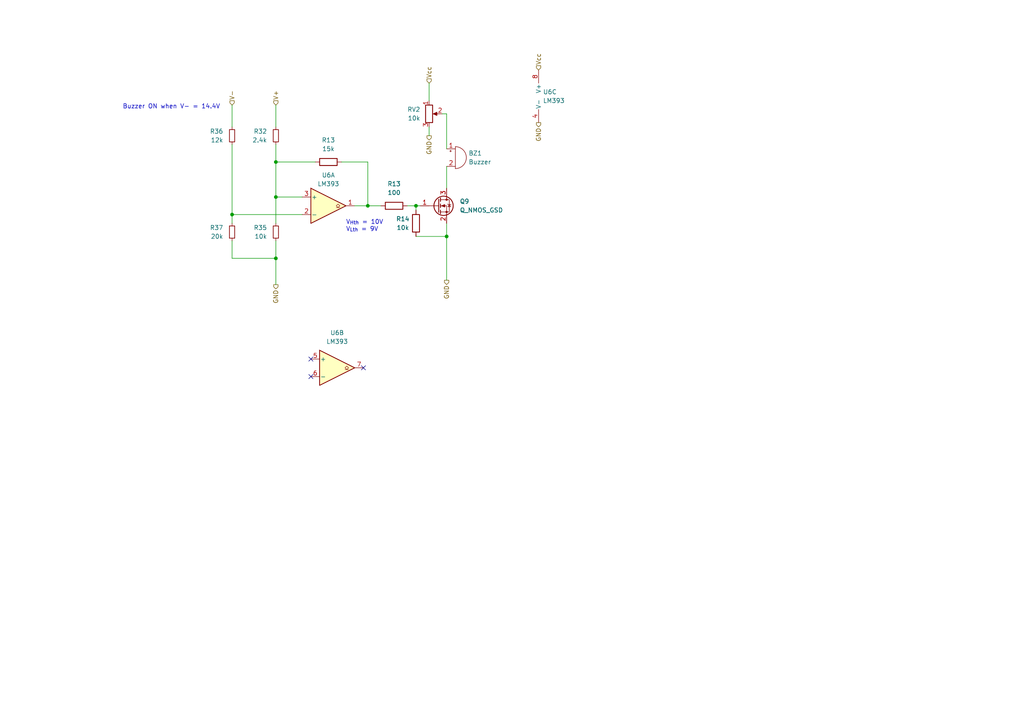
<source format=kicad_sch>
(kicad_sch (version 20230121) (generator eeschema)
  (paper "A4")
  (lib_symbols
    (symbol "Comparator:LM393" (pin_names (offset 0.127))
      (property "Reference" "U" (at 3.81 3.81 0))
      (property "Value" "LM393" (at 6.35 -3.81 0))
      (symbol "LM393_1_1"
        (polyline (pts (xy -5.08 5.08) (xy 5.08 0) (xy -5.08 -5.08) (xy -5.08 5.08)) (stroke (width 0.254)) (fill (type background)))
        (polyline (pts (xy 3.302 -0.508) (xy 2.794 -0.508) (xy 3.302 0) (xy 2.794 0.508) (xy 2.286 0) (xy 2.794 -0.508) (xy 2.286 -0.508)) (stroke (width 0.127)))
        (pin open_collector line (at 7.62 0 180) (length 2.54) (name "~") (number "1"))
        (pin input line (at -7.62 -2.54 0) (length 2.54) (name "-") (number "2"))
        (pin input line (at -7.62 2.54 0) (length 2.54) (name "+") (number "3"))
      )
      (symbol "LM393_2_1"
        (polyline (pts (xy -5.08 5.08) (xy 5.08 0) (xy -5.08 -5.08) (xy -5.08 5.08)) (stroke (width 0.254)) (fill (type background)))
        (polyline (pts (xy 3.302 -0.508) (xy 2.794 -0.508) (xy 3.302 0) (xy 2.794 0.508) (xy 2.286 0) (xy 2.794 -0.508) (xy 2.286 -0.508)) (stroke (width 0.127)))
        (pin input line (at -7.62 2.54 0) (length 2.54) (name "+") (number "5"))
        (pin input line (at -7.62 -2.54 0) (length 2.54) (name "-") (number "6"))
        (pin open_collector line (at 7.62 0 180) (length 2.54) (name "~") (number "7"))
      )
      (symbol "LM393_3_1"
        (pin power_in line (at -2.54 -7.62 90) (length 3.81) (name "V-") (number "4"))
        (pin power_in line (at -2.54 7.62 270) (length 3.81) (name "V+") (number "8"))
      )
    )
    (symbol "Device:Buzzer" (pin_names (offset 0.0254) hide)
      (property "Reference" "BZ" (at 3.81 1.27 0))
      (property "Value" "Buzzer" (at 3.81 -1.27 0))
      (symbol "Buzzer_0_1"
        (arc (start 0 -3.175) (mid 3.1612 0) (end 0 3.175))
        (polyline (pts (xy -1.651 1.905) (xy -1.143 1.905)))
        (polyline (pts (xy -1.397 2.159) (xy -1.397 1.651)))
        (polyline (pts (xy 0 3.175) (xy 0 -3.175)))
      )
      (symbol "Buzzer_1_1"
        (pin passive line (at -2.54 2.54 0) (length 2.54) (name "-") (number "1"))
        (pin passive line (at -2.54 -2.54 0) (length 2.54) (name "+") (number "2"))
      )
    )
    (symbol "Device:Q_NMOS_GSD" (pin_names (offset 0) hide)
      (property "Reference" "Q" (at 5.08 1.27 0))
      (property "Value" "Q_NMOS_GSD" (at 5.08 -1.27 0))
      (symbol "Q_NMOS_GSD_0_1"
        (polyline (pts (xy 0.254 0) (xy -2.54 0)))
        (polyline (pts (xy 0.254 1.905) (xy 0.254 -1.905)) (stroke (width 0.254)))
        (polyline (pts (xy 0.762 -1.27) (xy 0.762 -2.286)) (stroke (width 0.254)))
        (polyline (pts (xy 0.762 0.508) (xy 0.762 -0.508)) (stroke (width 0.254)))
        (polyline (pts (xy 0.762 2.286) (xy 0.762 1.27)) (stroke (width 0.254)))
        (polyline (pts (xy 2.54 2.54) (xy 2.54 1.778)))
        (polyline (pts (xy 2.54 -2.54) (xy 2.54 0) (xy 0.762 0)))
        (polyline (pts (xy 0.762 -1.778) (xy 3.302 -1.778) (xy 3.302 1.778) (xy 0.762 1.778)))
        (polyline (pts (xy 1.016 0) (xy 2.032 0.381) (xy 2.032 -0.381) (xy 1.016 0)) (fill (type outline)))
        (polyline (pts (xy 2.794 0.508) (xy 2.921 0.381) (xy 3.683 0.381) (xy 3.81 0.254)))
        (polyline (pts (xy 3.302 0.381) (xy 2.921 -0.254) (xy 3.683 -0.254) (xy 3.302 0.381)))
        (circle (center 1.651 0) (radius 2.794) (stroke (width 0.254)))
        (circle (center 2.54 -1.778) (radius 0.254) (fill (type outline)))
        (circle (center 2.54 1.778) (radius 0.254) (fill (type outline)))
      )
      (symbol "Q_NMOS_GSD_1_1"
        (pin input line (at -5.08 0 0) (length 2.54) (name "G") (number "1"))
        (pin passive line (at 2.54 -5.08 90) (length 2.54) (name "S") (number "2"))
        (pin passive line (at 2.54 5.08 270) (length 2.54) (name "D") (number "3"))
      )
    )
    (symbol "Device:R" (pin_numbers hide) (pin_names (offset 0))
      (property "Reference" "R" (at 2.032 0 90))
      (property "Value" "R" (at 0 0 90))
      (symbol "R_0_1"
        (rectangle (start -1.016 -2.54) (end 1.016 2.54) (stroke (width 0.254)))
      )
      (symbol "R_1_1"
        (pin passive line (at 0 3.81 270) (length 1.27) (name "~") (number "1"))
        (pin passive line (at 0 -3.81 90) (length 1.27) (name "~") (number "2"))
      )
    )
    (symbol "Device:R_Potentiometer" (pin_names (offset 1.016) hide)
      (property "Reference" "RV" (at -4.445 0 90))
      (property "Value" "R_Potentiometer" (at -2.54 0 90))
      (symbol "R_Potentiometer_0_1"
        (polyline (pts (xy 2.54 0) (xy 1.524 0)))
        (polyline (pts (xy 1.143 0) (xy 2.286 0.508) (xy 2.286 -0.508) (xy 1.143 0)) (fill (type outline)))
        (rectangle (start 1.016 2.54) (end -1.016 -2.54) (stroke (width 0.254)))
      )
      (symbol "R_Potentiometer_1_1"
        (pin passive line (at 0 3.81 270) (length 1.27) (name "1") (number "1"))
        (pin passive line (at 3.81 0 180) (length 1.27) (name "2") (number "2"))
        (pin passive line (at 0 -3.81 90) (length 1.27) (name "3") (number "3"))
      )
    )
    (symbol "Device:R_Small" (pin_numbers hide) (pin_names (offset 0.254) hide)
      (property "Reference" "R" (at 0.762 0.508 0))
      (property "Value" "R_Small" (at 0.762 -1.016 0))
      (symbol "R_Small_0_1"
        (rectangle (start -0.762 1.778) (end 0.762 -1.778) (stroke (width 0.2032)))
      )
      (symbol "R_Small_1_1"
        (pin passive line (at 0 2.54 270) (length 0.762) (name "~") (number "1"))
        (pin passive line (at 0 -2.54 90) (length 0.762) (name "~") (number "2"))
      )
    )
  )
  (junction (at 80.01 57.15))
  (junction (at 106.68 59.69))
  (junction (at 80.01 46.99))
  (junction (at 120.65 59.69))
  (junction (at 129.54 68.58))
  (junction (at 80.01 74.93))
  (junction (at 67.31 62.23))
  (no_connect (at 105.41 106.68))
  (no_connect (at 90.17 109.22))
  (no_connect (at 90.17 104.14))
  (wire (pts (xy 67.31 62.23) (xy 87.63 62.23)))
  (wire (pts (xy 80.01 46.99) (xy 80.01 57.15)))
  (wire (pts (xy 129.54 68.58) (xy 129.54 81.28)))
  (wire (pts (xy 128.27 33.02) (xy 129.54 33.02)))
  (wire (pts (xy 120.65 60.96) (xy 120.65 59.69)))
  (wire (pts (xy 80.01 57.15) (xy 87.63 57.15)))
  (wire (pts (xy 80.01 30.48) (xy 80.01 36.83)))
  (wire (pts (xy 80.01 46.99) (xy 91.44 46.99)))
  (wire (pts (xy 67.31 69.85) (xy 67.31 74.93)))
  (wire (pts (xy 67.31 30.48) (xy 67.31 36.83)))
  (wire (pts (xy 67.31 62.23) (xy 67.31 64.77)))
  (wire (pts (xy 124.46 36.83) (xy 124.46 39.37)))
  (wire (pts (xy 80.01 41.91) (xy 80.01 46.99)))
  (wire (pts (xy 129.54 48.26) (xy 129.54 54.61)))
  (wire (pts (xy 124.46 24.13) (xy 124.46 29.21)))
  (wire (pts (xy 67.31 74.93) (xy 80.01 74.93)))
  (wire (pts (xy 106.68 59.69) (xy 110.49 59.69)))
  (wire (pts (xy 102.87 59.69) (xy 106.68 59.69)))
  (wire (pts (xy 67.31 41.91) (xy 67.31 62.23)))
  (wire (pts (xy 99.06 46.99) (xy 106.68 46.99)))
  (wire (pts (xy 120.65 68.58) (xy 129.54 68.58)))
  (wire (pts (xy 106.68 46.99) (xy 106.68 59.69)))
  (wire (pts (xy 129.54 64.77) (xy 129.54 68.58)))
  (wire (pts (xy 129.54 33.02) (xy 129.54 43.18)))
  (wire (pts (xy 80.01 74.93) (xy 80.01 82.55)))
  (wire (pts (xy 118.11 59.69) (xy 120.65 59.69)))
  (wire (pts (xy 80.01 57.15) (xy 80.01 64.77)))
  (wire (pts (xy 120.65 59.69) (xy 121.92 59.69)))
  (wire (pts (xy 80.01 69.85) (xy 80.01 74.93)))
  (text "Buzzer ON when V- = 14.4V" (at 35.56 31.75 0) (effects (font (size 1.27 1.27)) (justify left bottom)))
  (text "V_{Hth} = 10V\nV_{Lth} = 9V" (at 100.33 67.31 0) (effects (font (size 1.27 1.27)) (justify left bottom)))
  (hierarchical_label "Vcc" (shape input) (at 156.21 20.32 90))
  (hierarchical_label "GND" (shape output) (at 80.01 82.55 270))
  (hierarchical_label "V-" (shape input) (at 67.31 30.48 90))
  (hierarchical_label "GND" (shape output) (at 129.54 81.28 270))
  (hierarchical_label "V+" (shape input) (at 80.01 30.48 90))
  (hierarchical_label "GND" (shape output) (at 156.21 35.56 270))
  (hierarchical_label "GND" (shape output) (at 124.46 39.37 270))
  (hierarchical_label "Vcc" (shape input) (at 124.46 24.13 90))
  (symbol (lib_id "Comparator:LM393") (at 95.25 59.69 0) (unit 1)
    (property "Reference" "U6" (at 95.25 50.8 0))
    (property "Value" "LM393" (at 95.25 53.34 0))
    (property "Footprint" "Package_SO:PowerIntegrations_SO-8" (effects hide))
    (property "Datasheet" "http://www.ti.com/lit/ds/symlink/lm393.pdf" (effects hide))
    (property "LCSC" "C7955" (effects hide))
    (property "FT Rotation Offset" "-90" (effects hide))
  )
  (symbol (lib_id "Device:R_Small") (at 80.01 39.37 0) (unit 1)
    (property "Reference" "R32" (at 77.47 38.1 0) (effects (justify right)))
    (property "Value" "2.4k" (at 77.47 40.64 0) (effects (justify right)))
    (property "Footprint" "Resistor_SMD:R_0402_1005Metric" (effects hide))
    (property "LCSC" "C25882" (effects hide))
  )
  (symbol (lib_id "Comparator:LM393") (at 97.79 106.68 0) (unit 2)
    (property "Reference" "U6" (at 97.79 96.52 0))
    (property "Value" "LM393" (at 97.79 99.06 0))
    (property "Footprint" "Package_SO:PowerIntegrations_SO-8" (effects hide))
    (property "Datasheet" "http://www.ti.com/lit/ds/symlink/lm393.pdf" (effects hide))
    (property "LCSC" "C7955" (effects hide))
    (property "FT Rotation Offset" "-90" (effects hide))
  )
  (symbol (lib_id "Device:R") (at 114.3 59.69 270) (unit 1)
    (property "Reference" "R13" (at 114.3 53.34 90))
    (property "Value" "100" (at 114.3 55.88 90))
    (property "Footprint" "Resistor_SMD:R_0402_1005Metric" (effects hide))
    (property "LCSC" "C25076" (effects hide))
    (instances (project "schematic_PWRcutoff" (path "" (reference "R13") (unit 1))) (project "schematic_PWR" (path "" (reference "R33") (unit 1))))
  )
  (symbol (lib_id "Device:Q_NMOS_GSD") (at 127 59.69 0) (unit 1)
    (property "Reference" "Q9" (at 133.35 58.42 0) (effects (justify left)))
    (property "Value" "Q_NMOS_GSD" (at 133.35 60.96 0) (effects (justify left)))
    (property "Footprint" "Package_TO_SOT_SMD:SOT-23" (effects hide))
    (property "LCSC" "C7420346" (effects hide))
    (property "FT Rotation Offset" "180" (effects hide))
  )
  (symbol (lib_id "Device:R_Small") (at 67.31 67.31 0) (unit 1)
    (property "Reference" "R37" (at 64.77 66.04 0) (effects (justify right)))
    (property "Value" "20k" (at 64.77 68.58 0) (effects (justify right)))
    (property "Footprint" "Resistor_SMD:R_0402_1005Metric" (effects hide))
    (property "LCSC" "C25765" (effects hide))
  )
  (symbol (lib_id "Comparator:LM393") (at 158.75 27.94 0) (unit 3)
    (property "Reference" "U6" (at 157.48 26.67 0) (effects (justify left)))
    (property "Value" "LM393" (at 157.48 29.21 0) (effects (justify left)))
    (property "Footprint" "Package_SO:PowerIntegrations_SO-8" (effects hide))
    (property "Datasheet" "http://www.ti.com/lit/ds/symlink/lm393.pdf" (effects hide))
    (property "LCSC" "C7955" (effects hide))
    (property "FT Rotation Offset" "-90" (effects hide))
  )
  (symbol (lib_id "Device:R_Small") (at 67.31 39.37 0) (unit 1)
    (property "Reference" "R36" (at 64.77 38.1 0) (effects (justify right)))
    (property "Value" "12k" (at 64.77 40.64 0) (effects (justify right)))
    (property "Footprint" "Resistor_SMD:R_0402_1005Metric" (effects hide))
    (property "LCSC" "C25752" (effects hide))
  )
  (symbol (lib_id "Device:R") (at 95.25 46.99 270) (unit 1)
    (property "Reference" "R13" (at 95.25 40.64 90))
    (property "Value" "15k" (at 95.25 43.18 90))
    (property "Footprint" "Resistor_SMD:R_0402_1005Metric" (effects hide))
    (property "LCSC" "C25756" (effects hide))
    (instances (project "schematic_PWRcutoff" (path "" (reference "R13") (unit 1))) (project "schematic_PWR" (path "" (reference "R38") (unit 1))))
  )
  (symbol (lib_id "Device:R") (at 120.65 64.77 0) (mirror x) (unit 1)
    (property "Reference" "R14" (at 116.84 63.5 0))
    (property "Value" "10k" (at 116.84 66.04 0))
    (property "Footprint" "Resistor_SMD:R_0402_1005Metric" (effects hide))
    (property "LCSC" "C25744" (effects hide))
    (instances (project "schematic_PWRcutoff" (path "" (reference "R14") (unit 1))) (project "schematic_PWR" (path "" (reference "R34") (unit 1))))
  )
  (symbol (lib_id "Device:R_Small") (at 80.01 67.31 0) (unit 1)
    (property "Reference" "R35" (at 77.47 66.04 0) (effects (justify right)))
    (property "Value" "10k" (at 77.47 68.58 0) (effects (justify right)))
    (property "Footprint" "Resistor_SMD:R_0402_1005Metric" (effects hide))
    (property "LCSC" "C25744" (effects hide))
  )
  (symbol (lib_id "Device:R_Potentiometer") (at 124.46 33.02 0) (unit 1) (in_bom no)
    (property "Reference" "RV2" (at 121.92 31.75 0) (effects (justify right)))
    (property "Value" "10k" (at 121.92 34.29 0) (effects (justify right)))
    (property "Footprint" "RDC_generic:GF063P" (effects hide))
  )
  (symbol (lib_id "Device:Buzzer") (at 132.08 45.72 0) (unit 1) (in_bom no)
    (property "Reference" "BZ1" (at 135.89 44.45 0) (effects (justify left)))
    (property "Value" "Buzzer" (at 135.89 46.99 0) (effects (justify left)))
    (property "Footprint" "Buzzer_Beeper:Indicator_PUI_AI-1440-TWT-24V-2-R" (effects hide))
  )
)
</source>
